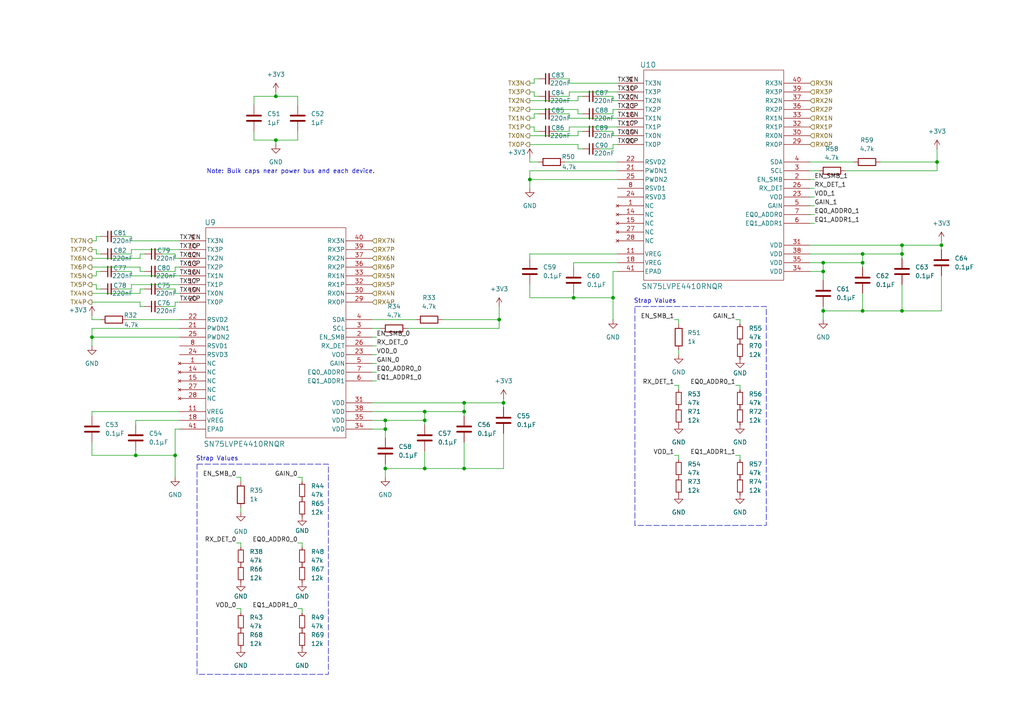
<source format=kicad_sch>
(kicad_sch (version 20231120) (generator "eeschema") (generator_version "8.0")
  (paper "A4")
  (lib_symbols
    (symbol "Device:C" (pin_numbers hide) (pin_names (offset 0.254))
      (property "Reference" "C" (at 0.635 2.54 0))
      (property "Value" "C" (at 0.635 -2.54 0))
      (symbol "C_1_1"
        (pin passive line (at 0 3.81 270) (length 2.794) (name "~") (number "1"))
        (pin passive line (at 0 -3.81 90) (length 2.794) (name "~") (number "2"))
      )
    )
    (symbol "Device:C_Small" (pin_numbers hide) (pin_names (offset 0.254) hide)
      (property "Reference" "C" (at 0.254 1.778 0))
      (property "Value" "C_Small" (at 0.254 -2.032 0))
      (symbol "C_Small_1_1"
        (pin passive line (at 0 2.54 270) (length 2.032) (name "~") (number "1"))
        (pin passive line (at 0 -2.54 90) (length 2.032) (name "~") (number "2"))
      )
    )
    (symbol "Device:R" (pin_numbers hide) (pin_names (offset 0))
      (property "Reference" "R" (at 2.032 0 90))
      (property "Value" "R" (at 0 0 90))
      (symbol "R_1_1"
        (pin passive line (at 0 3.81 270) (length 1.27) (name "~") (number "1"))
        (pin passive line (at 0 -3.81 90) (length 1.27) (name "~") (number "2"))
      )
    )
    (symbol "Device:R_Small" (pin_numbers hide) (pin_names (offset 0.254) hide)
      (property "Reference" "R" (at 0.762 0.508 0))
      (property "Value" "R_Small" (at 0.762 -1.016 0))
      (symbol "R_Small_1_1"
        (pin passive line (at 0 2.54 270) (length 0.762) (name "~") (number "1"))
        (pin passive line (at 0 -2.54 90) (length 0.762) (name "~") (number "2"))
      )
    )
    (symbol "SN75LVPE4410RNQR:SN75LVPE4410RNQR" (pin_names (offset 0.254))
      (property "Reference" "U9" (at 8.89 6.604 0))
      (property "Value" "SN75LVPE4410RNQR" (at 18.796 -57.658 0))
      (symbol "SN75LVPE4410RNQR_0_1"
        (pin no_connect line (at 0 -34.29 0) (length 7.62) (name "NC") (number "1"))
        (pin output line (at 0 -1.27 0) (length 7.62) (name "TX3P") (number "10"))
        (pin unspecified line (at 0 -48.26 0) (length 7.62) (name "VREG") (number "11"))
        (pin output line (at 0 -3.81 0) (length 7.62) (name "TX2N") (number "12"))
        (pin output line (at 0 -6.35 0) (length 7.62) (name "TX2P") (number "13"))
        (pin no_connect line (at 0 -36.83 0) (length 7.62) (name "NC") (number "14"))
        (pin no_connect line (at 0 -39.37 0) (length 7.62) (name "NC") (number "15"))
        (pin output line (at 0 -8.89 0) (length 7.62) (name "TX1N") (number "16"))
        (pin output line (at 0 -11.43 0) (length 7.62) (name "TX1P") (number "17"))
        (pin unspecified line (at 0 -50.8 0) (length 7.62) (name "VREG") (number "18"))
        (pin output line (at 0 -13.97 0) (length 7.62) (name "TX0N") (number "19"))
        (pin input line (at 55.88 -26.67 180) (length 7.62) (name "EN_SMB") (number "2"))
        (pin output line (at 0 -16.51 0) (length 7.62) (name "TX0P") (number "20"))
        (pin input line (at 0 -24.13 0) (length 7.62) (name "PWDN1") (number "21"))
        (pin unspecified line (at 0 -21.59 0) (length 7.62) (name "RSVD2") (number "22"))
        (pin input line (at 55.88 -31.75 180) (length 7.62) (name "VOD") (number "23"))
        (pin unspecified line (at 0 -31.75 0) (length 7.62) (name "RSVD3") (number "24"))
        (pin input line (at 0 -26.67 0) (length 7.62) (name "PWDN2") (number "25"))
        (pin input line (at 55.88 -29.21 180) (length 7.62) (name "RX_DET") (number "26"))
        (pin no_connect line (at 0 -41.91 0) (length 7.62) (name "NC") (number "27"))
        (pin no_connect line (at 0 -44.45 0) (length 7.62) (name "NC") (number "28"))
        (pin input line (at 55.88 -16.51 180) (length 7.62) (name "RX0P") (number "29"))
        (pin bidirectional line (at 55.88 -24.13 180) (length 7.62) (name "SCL") (number "3"))
        (pin input line (at 55.88 -13.97 180) (length 7.62) (name "RX0N") (number "30"))
        (pin power_in line (at 55.88 -45.72 180) (length 7.62) (name "VDD") (number "31"))
        (pin input line (at 55.88 -11.43 180) (length 7.62) (name "RX1P") (number "32"))
        (pin input line (at 55.88 -8.89 180) (length 7.62) (name "RX1N") (number "33"))
        (pin power_in line (at 55.88 -53.34 180) (length 7.62) (name "VDD") (number "34"))
        (pin power_in line (at 55.88 -50.8 180) (length 7.62) (name "VDD") (number "35"))
        (pin input line (at 55.88 -6.35 180) (length 7.62) (name "RX2P") (number "36"))
        (pin input line (at 55.88 -3.81 180) (length 7.62) (name "RX2N") (number "37"))
        (pin power_in line (at 55.88 -48.26 180) (length 7.62) (name "VDD") (number "38"))
        (pin input line (at 55.88 -1.27 180) (length 7.62) (name "RX3P") (number "39"))
        (pin bidirectional line (at 55.88 -21.59 180) (length 7.62) (name "SDA") (number "4"))
        (pin input line (at 55.88 1.27 180) (length 7.62) (name "RX3N") (number "40"))
        (pin power_out line (at 0 -53.34 0) (length 7.62) (name "EPAD") (number "41"))
        (pin input line (at 55.88 -34.29 180) (length 7.62) (name "GAIN") (number "5"))
        (pin input line (at 55.88 -39.37 180) (length 7.62) (name "EQ1_ADDR1") (number "6"))
        (pin input line (at 55.88 -36.83 180) (length 7.62) (name "EQ0_ADDR0") (number "7"))
        (pin unspecified line (at 0 -29.21 0) (length 7.62) (name "RSVD1") (number "8"))
        (pin output line (at 0 1.27 0) (length 7.62) (name "TX3N") (number "9"))
      )
    )
    (symbol "power:+3V3" (power) (pin_numbers hide) (pin_names (offset 0) hide)
      (property "Value" "+3V3" (at 0 3.556 0))
      (symbol "+3V3_1_1"
        (pin power_in line (at 0 0 90) (length 0) (name "~") (number "1"))
      )
    )
    (symbol "power:GND" (power) (pin_numbers hide) (pin_names (offset 0) hide)
      (property "Value" "GND" (at 0 -3.81 0))
      (symbol "GND_1_1"
        (pin power_in line (at 0 0 270) (length 0) (name "~") (number "1"))
      )
    )
  )
  (junction (at 238.76 78.74))
  (junction (at 261.62 90.17))
  (junction (at 123.19 119.38))
  (junction (at 26.67 97.79))
  (junction (at 144.78 92.71))
  (junction (at 134.62 116.84))
  (junction (at 238.76 76.2))
  (junction (at 134.62 119.38))
  (junction (at 271.78 46.99))
  (junction (at 80.01 40.64))
  (junction (at 153.67 52.07))
  (junction (at 250.19 76.2))
  (junction (at 123.19 135.89))
  (junction (at 50.8 132.08))
  (junction (at 123.19 121.92))
  (junction (at 273.05 71.12))
  (junction (at 166.37 86.36))
  (junction (at 238.76 90.17))
  (junction (at 261.62 71.12))
  (junction (at 111.76 121.92))
  (junction (at 250.19 73.66))
  (junction (at 146.05 116.84))
  (junction (at 111.76 124.46))
  (junction (at 111.76 135.89))
  (junction (at 39.37 132.08))
  (junction (at 177.8 86.36))
  (junction (at 261.62 73.66))
  (junction (at 80.01 27.94))
  (junction (at 134.62 135.89))
  (junction (at 250.19 90.17))
  (wire (pts (xy 271.78 46.99) (xy 271.78 49.53)))
  (wire (pts (xy 26.67 77.47) (xy 40.64 77.47)))
  (wire (pts (xy 165.1 26.67) (xy 179.07 26.67)))
  (wire (pts (xy 154.94 36.83) (xy 154.94 38.1)))
  (wire (pts (xy 234.95 52.07) (xy 236.22 52.07)))
  (wire (pts (xy 107.95 100.33) (xy 109.22 100.33)))
  (wire (pts (xy 238.76 76.2) (xy 250.19 76.2)))
  (wire (pts (xy 161.29 22.86) (xy 165.1 22.86)))
  (wire (pts (xy 27.94 73.66) (xy 29.21 73.66)))
  (wire (pts (xy 52.07 121.92) (xy 39.37 121.92)))
  (wire (pts (xy 173.99 38.1) (xy 177.8 38.1)))
  (wire (pts (xy 38.1 80.01) (xy 52.07 80.01)))
  (wire (pts (xy 177.8 78.74) (xy 177.8 86.36)))
  (wire (pts (xy 26.67 69.85) (xy 27.94 69.85)))
  (wire (pts (xy 234.95 59.69) (xy 236.22 59.69)))
  (wire (pts (xy 196.85 113.03) (xy 196.85 111.76)))
  (wire (pts (xy 73.66 27.94) (xy 73.66 30.48)))
  (wire (pts (xy 40.64 88.9) (xy 41.91 88.9)))
  (wire (pts (xy 273.05 80.01) (xy 273.05 90.17)))
  (wire (pts (xy 153.67 31.75) (xy 167.64 31.75)))
  (wire (pts (xy 234.95 64.77) (xy 236.22 64.77)))
  (wire (pts (xy 179.07 49.53) (xy 153.67 49.53)))
  (wire (pts (xy 86.36 40.64) (xy 86.36 38.1)))
  (wire (pts (xy 250.19 85.09) (xy 250.19 90.17)))
  (wire (pts (xy 153.67 29.21) (xy 167.64 29.21)))
  (wire (pts (xy 173.99 27.94) (xy 177.8 27.94)))
  (wire (pts (xy 234.95 46.99) (xy 247.65 46.99)))
  (wire (pts (xy 38.1 82.55) (xy 52.07 82.55)))
  (wire (pts (xy 154.94 38.1) (xy 156.21 38.1)))
  (wire (pts (xy 177.8 33.02) (xy 177.8 31.75)))
  (wire (pts (xy 153.67 86.36) (xy 166.37 86.36)))
  (wire (pts (xy 27.94 80.01) (xy 27.94 78.74)))
  (wire (pts (xy 50.8 88.9) (xy 50.8 87.63)))
  (wire (pts (xy 234.95 78.74) (xy 238.76 78.74)))
  (wire (pts (xy 134.62 116.84) (xy 134.62 119.38)))
  (wire (pts (xy 46.99 78.74) (xy 50.8 78.74)))
  (wire (pts (xy 146.05 115.57) (xy 146.05 116.84)))
  (wire (pts (xy 167.64 29.21) (xy 167.64 27.94)))
  (wire (pts (xy 107.95 102.87) (xy 109.22 102.87)))
  (wire (pts (xy 52.07 95.25) (xy 26.67 95.25)))
  (wire (pts (xy 80.01 26.67) (xy 80.01 27.94)))
  (wire (pts (xy 38.1 72.39) (xy 52.07 72.39)))
  (wire (pts (xy 167.64 39.37) (xy 167.64 38.1)))
  (wire (pts (xy 179.07 76.2) (xy 166.37 76.2)))
  (wire (pts (xy 273.05 71.12) (xy 273.05 72.39)))
  (wire (pts (xy 36.83 92.71) (xy 52.07 92.71)))
  (wire (pts (xy 167.64 31.75) (xy 167.64 33.02)))
  (wire (pts (xy 250.19 76.2) (xy 250.19 77.47)))
  (wire (pts (xy 26.67 72.39) (xy 27.94 72.39)))
  (wire (pts (xy 154.94 33.02) (xy 156.21 33.02)))
  (wire (pts (xy 179.07 52.07) (xy 153.67 52.07)))
  (wire (pts (xy 111.76 124.46) (xy 111.76 127)))
  (wire (pts (xy 153.67 52.07) (xy 153.67 54.61)))
  (wire (pts (xy 39.37 132.08) (xy 50.8 132.08)))
  (wire (pts (xy 40.64 77.47) (xy 40.64 78.74)))
  (wire (pts (xy 165.1 33.02) (xy 165.1 34.29)))
  (wire (pts (xy 213.36 92.71) (xy 214.63 92.71)))
  (wire (pts (xy 195.58 92.71) (xy 196.85 92.71)))
  (wire (pts (xy 146.05 125.73) (xy 146.05 135.89)))
  (wire (pts (xy 34.29 78.74) (xy 38.1 78.74)))
  (wire (pts (xy 144.78 92.71) (xy 144.78 95.25)))
  (wire (pts (xy 107.95 95.25) (xy 110.49 95.25)))
  (wire (pts (xy 50.8 83.82) (xy 50.8 85.09)))
  (wire (pts (xy 107.95 110.49) (xy 109.22 110.49)))
  (wire (pts (xy 107.95 92.71) (xy 120.65 92.71)))
  (wire (pts (xy 38.1 73.66) (xy 38.1 72.39)))
  (wire (pts (xy 46.99 73.66) (xy 50.8 73.66)))
  (wire (pts (xy 50.8 132.08) (xy 50.8 138.43)))
  (wire (pts (xy 50.8 78.74) (xy 50.8 77.47)))
  (wire (pts (xy 261.62 73.66) (xy 261.62 74.93)))
  (wire (pts (xy 165.1 24.13) (xy 179.07 24.13)))
  (wire (pts (xy 46.99 83.82) (xy 50.8 83.82)))
  (wire (pts (xy 154.94 34.29) (xy 154.94 33.02)))
  (wire (pts (xy 34.29 73.66) (xy 38.1 73.66)))
  (wire (pts (xy 167.64 43.18) (xy 168.91 43.18)))
  (wire (pts (xy 153.67 36.83) (xy 154.94 36.83)))
  (wire (pts (xy 146.05 135.89) (xy 134.62 135.89)))
  (wire (pts (xy 161.29 33.02) (xy 165.1 33.02)))
  (wire (pts (xy 87.63 139.7) (xy 87.63 138.43)))
  (wire (pts (xy 154.94 27.94) (xy 156.21 27.94)))
  (wire (pts (xy 86.36 157.48) (xy 87.63 157.48)))
  (wire (pts (xy 69.85 138.43) (xy 69.85 139.7)))
  (wire (pts (xy 52.07 97.79) (xy 26.67 97.79)))
  (wire (pts (xy 177.8 86.36) (xy 177.8 92.71)))
  (wire (pts (xy 118.11 95.25) (xy 144.78 95.25)))
  (wire (pts (xy 40.64 83.82) (xy 41.91 83.82)))
  (wire (pts (xy 27.94 68.58) (xy 29.21 68.58)))
  (wire (pts (xy 261.62 82.55) (xy 261.62 90.17)))
  (wire (pts (xy 40.64 74.93) (xy 40.64 73.66)))
  (wire (pts (xy 26.67 128.27) (xy 26.67 132.08)))
  (wire (pts (xy 123.19 121.92) (xy 123.19 123.19)))
  (wire (pts (xy 153.67 73.66) (xy 153.67 74.93)))
  (wire (pts (xy 173.99 43.18) (xy 177.8 43.18)))
  (wire (pts (xy 39.37 130.81) (xy 39.37 132.08)))
  (wire (pts (xy 123.19 119.38) (xy 123.19 121.92)))
  (wire (pts (xy 214.63 133.35) (xy 214.63 132.08)))
  (wire (pts (xy 153.67 26.67) (xy 154.94 26.67)))
  (wire (pts (xy 69.85 147.32) (xy 69.85 148.59)))
  (wire (pts (xy 134.62 116.84) (xy 146.05 116.84)))
  (wire (pts (xy 26.67 82.55) (xy 27.94 82.55)))
  (wire (pts (xy 34.29 68.58) (xy 38.1 68.58)))
  (wire (pts (xy 40.64 73.66) (xy 41.91 73.66)))
  (wire (pts (xy 38.1 69.85) (xy 52.07 69.85)))
  (wire (pts (xy 111.76 135.89) (xy 111.76 138.43)))
  (wire (pts (xy 154.94 24.13) (xy 154.94 22.86)))
  (wire (pts (xy 271.78 43.18) (xy 271.78 46.99)))
  (wire (pts (xy 261.62 90.17) (xy 250.19 90.17)))
  (wire (pts (xy 179.07 78.74) (xy 177.8 78.74)))
  (wire (pts (xy 26.67 119.38) (xy 52.07 119.38)))
  (wire (pts (xy 111.76 134.62) (xy 111.76 135.89)))
  (wire (pts (xy 238.76 90.17) (xy 238.76 92.71)))
  (wire (pts (xy 38.1 83.82) (xy 38.1 82.55)))
  (wire (pts (xy 234.95 71.12) (xy 261.62 71.12)))
  (wire (pts (xy 177.8 27.94) (xy 177.8 29.21)))
  (wire (pts (xy 40.64 87.63) (xy 40.64 88.9)))
  (wire (pts (xy 80.01 40.64) (xy 80.01 41.91)))
  (wire (pts (xy 153.67 82.55) (xy 153.67 86.36)))
  (wire (pts (xy 153.67 49.53) (xy 153.67 52.07)))
  (wire (pts (xy 165.1 36.83) (xy 179.07 36.83)))
  (wire (pts (xy 234.95 76.2) (xy 238.76 76.2)))
  (wire (pts (xy 167.64 41.91) (xy 167.64 43.18)))
  (wire (pts (xy 128.27 92.71) (xy 144.78 92.71)))
  (wire (pts (xy 234.95 62.23) (xy 236.22 62.23)))
  (wire (pts (xy 73.66 40.64) (xy 73.66 38.1)))
  (wire (pts (xy 107.95 105.41) (xy 109.22 105.41)))
  (wire (pts (xy 177.8 43.18) (xy 177.8 41.91)))
  (wire (pts (xy 250.19 73.66) (xy 250.19 76.2)))
  (wire (pts (xy 107.95 119.38) (xy 123.19 119.38)))
  (wire (pts (xy 40.64 85.09) (xy 40.64 83.82)))
  (wire (pts (xy 273.05 90.17) (xy 261.62 90.17)))
  (wire (pts (xy 111.76 121.92) (xy 111.76 124.46)))
  (wire (pts (xy 69.85 158.75) (xy 69.85 157.48)))
  (wire (pts (xy 273.05 69.85) (xy 273.05 71.12)))
  (wire (pts (xy 153.67 41.91) (xy 167.64 41.91)))
  (wire (pts (xy 167.64 33.02) (xy 168.91 33.02)))
  (wire (pts (xy 80.01 40.64) (xy 86.36 40.64)))
  (wire (pts (xy 50.8 74.93) (xy 52.07 74.93)))
  (wire (pts (xy 153.67 39.37) (xy 167.64 39.37)))
  (wire (pts (xy 46.99 88.9) (xy 50.8 88.9)))
  (wire (pts (xy 86.36 138.43) (xy 87.63 138.43)))
  (wire (pts (xy 50.8 87.63) (xy 52.07 87.63)))
  (wire (pts (xy 165.1 34.29) (xy 179.07 34.29)))
  (wire (pts (xy 153.67 46.99) (xy 156.21 46.99)))
  (wire (pts (xy 87.63 177.8) (xy 87.63 176.53)))
  (wire (pts (xy 134.62 135.89) (xy 123.19 135.89)))
  (wire (pts (xy 250.19 73.66) (xy 261.62 73.66)))
  (wire (pts (xy 234.95 73.66) (xy 250.19 73.66)))
  (wire (pts (xy 167.64 27.94) (xy 168.91 27.94)))
  (wire (pts (xy 87.63 158.75) (xy 87.63 157.48)))
  (wire (pts (xy 234.95 54.61) (xy 236.22 54.61)))
  (wire (pts (xy 167.64 38.1) (xy 168.91 38.1)))
  (wire (pts (xy 26.67 132.08) (xy 39.37 132.08)))
  (wire (pts (xy 26.67 97.79) (xy 26.67 100.33)))
  (wire (pts (xy 161.29 38.1) (xy 165.1 38.1)))
  (wire (pts (xy 153.67 73.66) (xy 179.07 73.66)))
  (wire (pts (xy 26.67 92.71) (xy 29.21 92.71)))
  (wire (pts (xy 111.76 121.92) (xy 123.19 121.92)))
  (wire (pts (xy 153.67 45.72) (xy 153.67 46.99)))
  (wire (pts (xy 26.67 91.44) (xy 26.67 92.71)))
  (wire (pts (xy 177.8 31.75) (xy 179.07 31.75)))
  (wire (pts (xy 123.19 135.89) (xy 111.76 135.89)))
  (wire (pts (xy 27.94 69.85) (xy 27.94 68.58)))
  (wire (pts (xy 163.83 46.99) (xy 179.07 46.99)))
  (wire (pts (xy 214.63 113.03) (xy 214.63 111.76)))
  (wire (pts (xy 26.67 74.93) (xy 40.64 74.93)))
  (wire (pts (xy 80.01 27.94) (xy 86.36 27.94)))
  (wire (pts (xy 40.64 78.74) (xy 41.91 78.74)))
  (wire (pts (xy 27.94 82.55) (xy 27.94 83.82)))
  (wire (pts (xy 154.94 22.86) (xy 156.21 22.86)))
  (wire (pts (xy 238.76 88.9) (xy 238.76 90.17)))
  (wire (pts (xy 73.66 27.94) (xy 80.01 27.94)))
  (wire (pts (xy 107.95 124.46) (xy 111.76 124.46)))
  (wire (pts (xy 166.37 76.2) (xy 166.37 77.47)))
  (wire (pts (xy 213.36 132.08) (xy 214.63 132.08)))
  (wire (pts (xy 196.85 101.6) (xy 196.85 102.87)))
  (wire (pts (xy 250.19 90.17) (xy 238.76 90.17)))
  (wire (pts (xy 50.8 77.47) (xy 52.07 77.47)))
  (wire (pts (xy 34.29 83.82) (xy 38.1 83.82)))
  (wire (pts (xy 107.95 116.84) (xy 134.62 116.84)))
  (wire (pts (xy 161.29 27.94) (xy 165.1 27.94)))
  (wire (pts (xy 26.67 95.25) (xy 26.67 97.79)))
  (wire (pts (xy 107.95 121.92) (xy 111.76 121.92)))
  (wire (pts (xy 134.62 128.27) (xy 134.62 135.89)))
  (wire (pts (xy 153.67 34.29) (xy 154.94 34.29)))
  (wire (pts (xy 165.1 22.86) (xy 165.1 24.13)))
  (wire (pts (xy 123.19 130.81) (xy 123.19 135.89)))
  (wire (pts (xy 177.8 29.21) (xy 179.07 29.21)))
  (wire (pts (xy 196.85 92.71) (xy 196.85 93.98)))
  (wire (pts (xy 166.37 86.36) (xy 177.8 86.36)))
  (wire (pts (xy 107.95 97.79) (xy 109.22 97.79)))
  (wire (pts (xy 86.36 176.53) (xy 87.63 176.53)))
  (wire (pts (xy 38.1 68.58) (xy 38.1 69.85)))
  (wire (pts (xy 234.95 49.53) (xy 237.49 49.53)))
  (wire (pts (xy 177.8 39.37) (xy 179.07 39.37)))
  (wire (pts (xy 195.58 111.76) (xy 196.85 111.76)))
  (wire (pts (xy 238.76 78.74) (xy 238.76 81.28)))
  (wire (pts (xy 177.8 41.91) (xy 179.07 41.91)))
  (wire (pts (xy 166.37 85.09) (xy 166.37 86.36)))
  (wire (pts (xy 50.8 124.46) (xy 50.8 132.08)))
  (wire (pts (xy 261.62 71.12) (xy 261.62 73.66)))
  (wire (pts (xy 238.76 76.2) (xy 238.76 78.74)))
  (wire (pts (xy 39.37 121.92) (xy 39.37 123.19)))
  (wire (pts (xy 52.07 124.46) (xy 50.8 124.46)))
  (wire (pts (xy 154.94 26.67) (xy 154.94 27.94)))
  (wire (pts (xy 255.27 46.99) (xy 271.78 46.99)))
  (wire (pts (xy 261.62 71.12) (xy 273.05 71.12)))
  (wire (pts (xy 146.05 116.84) (xy 146.05 118.11)))
  (wire (pts (xy 27.94 83.82) (xy 29.21 83.82)))
  (wire (pts (xy 173.99 33.02) (xy 177.8 33.02)))
  (wire (pts (xy 144.78 88.9) (xy 144.78 92.71)))
  (wire (pts (xy 27.94 72.39) (xy 27.94 73.66)))
  (wire (pts (xy 196.85 133.35) (xy 196.85 132.08)))
  (wire (pts (xy 153.67 24.13) (xy 154.94 24.13)))
  (wire (pts (xy 234.95 57.15) (xy 236.22 57.15)))
  (wire (pts (xy 69.85 177.8) (xy 69.85 176.53)))
  (wire (pts (xy 68.58 138.43) (xy 69.85 138.43)))
  (wire (pts (xy 26.67 119.38) (xy 26.67 120.65)))
  (wire (pts (xy 134.62 119.38) (xy 134.62 120.65)))
  (wire (pts (xy 50.8 73.66) (xy 50.8 74.93)))
  (wire (pts (xy 165.1 38.1) (xy 165.1 36.83)))
  (wire (pts (xy 38.1 78.74) (xy 38.1 80.01)))
  (wire (pts (xy 26.67 85.09) (xy 40.64 85.09)))
  (wire (pts (xy 245.11 49.53) (xy 271.78 49.53)))
  (wire (pts (xy 68.58 157.48) (xy 69.85 157.48)))
  (wire (pts (xy 27.94 78.74) (xy 29.21 78.74)))
  (wire (pts (xy 213.36 111.76) (xy 214.63 111.76)))
  (wire (pts (xy 123.19 119.38) (xy 134.62 119.38)))
  (wire (pts (xy 80.01 40.64) (xy 73.66 40.64)))
  (wire (pts (xy 165.1 27.94) (xy 165.1 26.67)))
  (wire (pts (xy 86.36 27.94) (xy 86.36 30.48)))
  (wire (pts (xy 50.8 85.09) (xy 52.07 85.09)))
  (wire (pts (xy 107.95 107.95) (xy 109.22 107.95)))
  (wire (pts (xy 68.58 176.53) (xy 69.85 176.53)))
  (wire (pts (xy 26.67 87.63) (xy 40.64 87.63)))
  (wire (pts (xy 195.58 132.08) (xy 196.85 132.08)))
  (wire (pts (xy 26.67 80.01) (xy 27.94 80.01)))
  (wire (pts (xy 177.8 38.1) (xy 177.8 39.37)))
  (wire (pts (xy 214.63 93.98) (xy 214.63 92.71)))
  (rectangle (start 184.15 88.9) (end 222.25 152.4) (stroke (width 0) (type dash)))
  (rectangle (start 57.15 134.62) (end 95.25 195.58) (stroke (width 0) (type dash)))
  (text "Strap Values" (at 62.992 133.096 0) (effects (font (size 1.27 1.27))))
  (text "Note: Bulk caps near power bus and each device." (at 84.328 49.784 0) (effects (font (size 1.27 1.27))))
  (text "Strap Values" (at 189.992 87.376 0) (effects (font (size 1.27 1.27))))
  (label "EQ0_ADDR0_0" (at 86.36 157.48 180))
  (label "GAIN_0" (at 86.36 138.43 180))
  (label "EN_SMB_1" (at 236.22 52.07 0))
  (label "GAIN_1" (at 213.36 92.71 180))
  (label "TX5CN" (at 52.07 80.01 0))
  (label "VOD_0" (at 68.58 176.53 180))
  (label "EQ1_ADDR1_0" (at 109.22 110.49 0))
  (label "VOD_0" (at 109.22 102.87 0))
  (label "TX7CP" (at 52.07 72.39 0))
  (label "EQ0_ADDR0_1" (at 213.36 111.76 180))
  (label "TX3CP" (at 179.07 26.67 0))
  (label "TX7CN" (at 52.07 69.85 0))
  (label "TX3CN" (at 179.07 24.13 0))
  (label "VOD_1" (at 195.58 132.08 180))
  (label "RX_DET_1" (at 236.22 54.61 0))
  (label "EQ1_ADDR1_0" (at 86.36 176.53 180))
  (label "TX2CN" (at 179.07 29.21 0))
  (label "VOD_1" (at 236.22 57.15 0))
  (label "TX2CP" (at 179.07 31.75 0))
  (label "TX1CP" (at 179.07 36.83 0))
  (label "TX6CP" (at 52.07 77.47 0))
  (label "RX_DET_0" (at 68.58 157.48 180))
  (label "TX0CP" (at 179.07 41.91 0))
  (label "TX5CP" (at 52.07 82.55 0))
  (label "TX6CN" (at 52.07 74.93 0))
  (label "EN_SMB_1" (at 195.58 92.71 180))
  (label "EN_SMB_0" (at 109.22 97.79 0))
  (label "EQ0_ADDR0_0" (at 109.22 107.95 0))
  (label "TX4CP" (at 52.07 87.63 0))
  (label "TX4CN" (at 52.07 85.09 0))
  (label "TX0CN" (at 179.07 39.37 0))
  (label "RX_DET_0" (at 109.22 100.33 0))
  (label "GAIN_1" (at 236.22 59.69 0))
  (label "EN_SMB_0" (at 68.58 138.43 180))
  (label "TX1CN" (at 179.07 34.29 0))
  (label "GAIN_0" (at 109.22 105.41 0))
  (label "EQ1_ADDR1_1" (at 236.22 64.77 0))
  (label "RX_DET_1" (at 195.58 111.76 180))
  (label "EQ0_ADDR0_1" (at 236.22 62.23 0))
  (label "EQ1_ADDR1_1" (at 213.36 132.08 180))
  (hierarchical_label "RX3N" (shape input) (at 234.95 24.13 0))
  (hierarchical_label "RX5N" (shape input) (at 107.95 80.01 0))
  (hierarchical_label "TX2N" (shape output) (at 153.67 29.21 180))
  (hierarchical_label "RX4N" (shape input) (at 107.95 85.09 0))
  (hierarchical_label "TX5P" (shape output) (at 26.67 82.55 180))
  (hierarchical_label "TX1N" (shape output) (at 153.67 34.29 180))
  (hierarchical_label "TX1P" (shape output) (at 153.67 36.83 180))
  (hierarchical_label "TX7N" (shape output) (at 26.67 69.85 180))
  (hierarchical_label "RX5P" (shape input) (at 107.95 82.55 0))
  (hierarchical_label "TX3N" (shape output) (at 153.67 24.13 180))
  (hierarchical_label "RX2P" (shape input) (at 234.95 31.75 0))
  (hierarchical_label "TX0N" (shape output) (at 153.67 39.37 180))
  (hierarchical_label "TX4N" (shape output) (at 26.67 85.09 180))
  (hierarchical_label "TX5N" (shape output) (at 26.67 80.01 180))
  (hierarchical_label "RX2N" (shape input) (at 234.95 29.21 0))
  (hierarchical_label "TX7P" (shape output) (at 26.67 72.39 180))
  (hierarchical_label "RX6N" (shape input) (at 107.95 74.93 0))
  (hierarchical_label "RX7N" (shape input) (at 107.95 69.85 0))
  (hierarchical_label "RX1P" (shape input) (at 234.95 36.83 0))
  (hierarchical_label "RX1N" (shape input) (at 234.95 34.29 0))
  (hierarchical_label "RX3P" (shape input) (at 234.95 26.67 0))
  (hierarchical_label "TX6N" (shape output) (at 26.67 74.93 180))
  (hierarchical_label "RX6P" (shape input) (at 107.95 77.47 0))
  (hierarchical_label "RX4P" (shape input) (at 107.95 87.63 0))
  (hierarchical_label "TX4P" (shape output) (at 26.67 87.63 180))
  (hierarchical_label "TX3P" (shape output) (at 153.67 26.67 180))
  (hierarchical_label "RX0N" (shape input) (at 234.95 39.37 0))
  (hierarchical_label "TX6P" (shape output) (at 26.67 77.47 180))
  (hierarchical_label "RX7P" (shape input) (at 107.95 72.39 0))
  (hierarchical_label "RX0P" (shape input) (at 234.95 41.91 0))
  (hierarchical_label "TX0P" (shape output) (at 153.67 41.91 180))
  (hierarchical_label "TX2P" (shape output) (at 153.67 31.75 180))
  (symbol (lib_id "Device:C_Small") (at 158.75 27.94 90) (unit 1)
    (property "Reference" "C84" (at 161.798 26.924 90))
    (property "Value" "220nF" (at 162.56 29.21 90))
    (property "Footprint" "Capacitor_SMD:C_0402_1005Metric" (effects (hide yes)))
    (property "Description" "AC coupling" (effects (hide yes)))
    (property "LCSC" "C16772" (effects (hide yes)))
    (property "Part_Number" "CL05B224KO5NNNC" (effects (hide yes)))
  )
  (symbol (lib_id "Device:R") (at 69.85 143.51 180) (unit 1)
    (property "Reference" "R35" (at 72.39 142.2399 0) (effects (justify right)))
    (property "Value" "1k" (at 72.39 144.7799 0) (effects (justify right)))
    (property "Footprint" "Resistor_SMD:R_0402_1005Metric" (effects (hide yes)))
    (property "Description" "Resistor" (effects (hide yes)))
    (property "LCSC" "C11702" (effects (hide yes)))
    (property "Part_Number" "0402WGF1001TCE" (effects (hide yes)))
  )
  (symbol (lib_id "Device:C") (at 111.76 130.81 0) (unit 1)
    (property "Reference" "C58" (at 115.57 129.5399 0) (effects (justify left)))
    (property "Value" "0.1μF" (at 115.57 132.0799 0) (effects (justify left)))
    (property "Footprint" "Capacitor_SMD:C_0402_1005Metric" (effects (hide yes)))
    (property "Description" "Unpolarized capacitor" (effects (hide yes)))
    (property "LCSC" "C1525" (effects (hide yes)))
    (property "Part_Number" "CL05B104KO5NNNC" (effects (hide yes)))
  )
  (symbol (lib_id "power:GND") (at 69.85 168.91 0) (unit 1)
    (property "Reference" "#PWR039" (effects (hide yes)))
    (property "Value" "GND" (at 69.85 172.974 0))
    (property "Description" "Power symbol creates a global label with name \"GND\" , ground" (effects (hide yes)))
  )
  (symbol (lib_id "power:GND") (at 87.63 149.86 0) (unit 1)
    (property "Reference" "#PWR045" (effects (hide yes)))
    (property "Value" "GND" (at 87.63 153.924 0))
    (property "Description" "Power symbol creates a global label with name \"GND\" , ground" (effects (hide yes)))
  )
  (symbol (lib_id "Device:R_Small") (at 214.63 120.65 0) (unit 1)
    (property "Reference" "R72" (at 217.17 119.3799 0) (effects (justify left)))
    (property "Value" "12k" (at 217.17 121.9199 0) (effects (justify left)))
    (property "Footprint" "Resistor_SMD:R_0402_1005Metric" (effects (hide yes)))
    (property "Description" "Resistor, small symbol" (effects (hide yes)))
    (property "LCSC" "C25752" (effects (hide yes)))
    (property "Part_Number" "0402WGF1202TCE" (effects (hide yes)))
  )
  (symbol (lib_id "power:GND") (at 196.85 123.19 0) (unit 1)
    (property "Reference" "#PWR061" (effects (hide yes)))
    (property "Value" "GND" (at 196.85 128.27 0))
    (property "Description" "Power symbol creates a global label with name \"GND\" , ground" (effects (hide yes)))
  )
  (symbol (lib_id "Device:R_Small") (at 214.63 115.57 0) (unit 1)
    (property "Reference" "R56" (at 217.17 114.2999 0) (effects (justify left)))
    (property "Value" "47k" (at 217.17 116.8399 0) (effects (justify left)))
    (property "Footprint" "Resistor_SMD:R_0402_1005Metric" (effects (hide yes)))
    (property "Description" "Resistor, small symbol" (effects (hide yes)))
    (property "LCSC" "C25792" (effects (hide yes)))
    (property "Part_Number" "0402WGF4702TCE" (effects (hide yes)))
  )
  (symbol (lib_id "Device:C") (at 73.66 34.29 0) (unit 1)
    (property "Reference" "C51" (at 77.47 33.0199 0) (effects (justify left)))
    (property "Value" "1µF" (at 77.47 35.5599 0) (effects (justify left)))
    (property "Footprint" "Capacitor_SMD:C_0603_1608Metric" (effects (hide yes)))
    (property "Description" "Bulk capacitor" (effects (hide yes)))
    (property "LCSC" "C15849" (effects (hide yes)))
    (property "Part_Number" "CL10A105KB8NNNC" (effects (hide yes)))
  )
  (symbol (lib_id "power:GND") (at 69.85 187.96 0) (unit 1)
    (property "Reference" "#PWR043" (effects (hide yes)))
    (property "Value" "GND" (at 69.85 193.04 0))
    (property "Description" "Power symbol creates a global label with name \"GND\" , ground" (effects (hide yes)))
  )
  (symbol (lib_id "Device:R_Small") (at 69.85 180.34 0) (unit 1)
    (property "Reference" "R43" (at 72.39 179.0699 0) (effects (justify left)))
    (property "Value" "47k" (at 72.39 181.6099 0) (effects (justify left)))
    (property "Footprint" "Resistor_SMD:R_0402_1005Metric" (effects (hide yes)))
    (property "Description" "Resistor, small symbol" (effects (hide yes)))
    (property "LCSC" "C25792" (effects (hide yes)))
    (property "Part_Number" "0402WGF4702TCE" (effects (hide yes)))
  )
  (symbol (lib_id "Device:C_Small") (at 158.75 38.1 90) (unit 1)
    (property "Reference" "C86" (at 161.798 37.084 90))
    (property "Value" "220nF" (at 162.56 39.37 90))
    (property "Footprint" "Capacitor_SMD:C_0402_1005Metric" (effects (hide yes)))
    (property "Description" "AC coupling" (effects (hide yes)))
    (property "LCSC" "C16772" (effects (hide yes)))
    (property "Part_Number" "CL05B224KO5NNNC" (effects (hide yes)))
  )
  (symbol (lib_id "Device:C") (at 153.67 78.74 0) (unit 1)
    (property "Reference" "C59" (at 157.48 77.4699 0) (effects (justify left)))
    (property "Value" "0.1μF" (at 157.48 80.0099 0) (effects (justify left)))
    (property "Footprint" "Capacitor_SMD:C_0402_1005Metric" (effects (hide yes)))
    (property "Description" "Unpolarized capacitor" (effects (hide yes)))
    (property "LCSC" "C1525" (effects (hide yes)))
    (property "Part_Number" "CL05B104KO5NNNC" (effects (hide yes)))
  )
  (symbol (lib_id "Device:C_Small") (at 44.45 83.82 90) (unit 1)
    (property "Reference" "C75" (at 47.498 82.804 90))
    (property "Value" "220nF" (at 48.26 85.09 90))
    (property "Footprint" "Capacitor_SMD:C_0402_1005Metric" (effects (hide yes)))
    (property "Description" "AC coupling" (effects (hide yes)))
    (property "LCSC" "C16772" (effects (hide yes)))
    (property "Part_Number" "CL05B224KO5NNNC" (effects (hide yes)))
  )
  (symbol (lib_id "power:GND") (at 80.01 41.91 0) (unit 1)
    (property "Reference" "#PWR021" (effects (hide yes)))
    (property "Value" "GND" (at 80.01 46.99 0))
    (property "Description" "Power symbol creates a global label with name \"GND\" , ground" (effects (hide yes)))
  )
  (symbol (lib_id "Device:C") (at 134.62 124.46 0) (unit 1)
    (property "Reference" "C56" (at 138.43 123.1899 0) (effects (justify left)))
    (property "Value" "0.1μF" (at 138.43 125.7299 0) (effects (justify left)))
    (property "Footprint" "Capacitor_SMD:C_0402_1005Metric" (effects (hide yes)))
    (property "Description" "Unpolarized capacitor" (effects (hide yes)))
    (property "LCSC" "C1525" (effects (hide yes)))
    (property "Part_Number" "CL05B104KO5NNNC" (effects (hide yes)))
  )
  (symbol (lib_id "SN75LVPE4410RNQR:SN75LVPE4410RNQR") (at 52.07 71.12 0) (unit 1)
    (property "Reference" "U9" (at 60.96 64.516 0) (effects (font (size 1.524 1.524))))
    (property "Value" "SN75LVPE4410RNQR" (at 70.866 128.778 0) (effects (font (size 1.524 1.524))))
    (property "Footprint" "SN75LVPE4410RNQR" (effects (hide yes)))
    (property "Datasheet" "SN75LVPE4410RNQR" (effects (hide yes)))
    (property "LCSC" "C2876351" (effects (hide yes)))
    (property "Part_Number" "SN75LVPE4410RNQR" (effects (hide yes)))
  )
  (symbol (lib_id "Device:R_Small") (at 196.85 120.65 0) (unit 1)
    (property "Reference" "R71" (at 199.39 119.3799 0) (effects (justify left)))
    (property "Value" "12k" (at 199.39 121.9199 0) (effects (justify left)))
    (property "Footprint" "Resistor_SMD:R_0402_1005Metric" (effects (hide yes)))
    (property "Description" "Resistor, small symbol" (effects (hide yes)))
    (property "LCSC" "C25752" (effects (hide yes)))
    (property "Part_Number" "0402WGF1202TCE" (effects (hide yes)))
  )
  (symbol (lib_id "Device:C") (at 146.05 121.92 0) (unit 1)
    (property "Reference" "C55" (at 149.86 120.6499 0) (effects (justify left)))
    (property "Value" "0.1μF" (at 149.86 123.1899 0) (effects (justify left)))
    (property "Footprint" "Capacitor_SMD:C_0402_1005Metric" (effects (hide yes)))
    (property "Description" "Unpolarized capacitor" (effects (hide yes)))
    (property "LCSC" "C1525" (effects (hide yes)))
    (property "Part_Number" "CL05B104KO5NNNC" (effects (hide yes)))
  )
  (symbol (lib_id "Device:R_Small") (at 69.85 166.37 0) (unit 1)
    (property "Reference" "R66" (at 72.39 165.0999 0) (effects (justify left)))
    (property "Value" "12k" (at 72.39 167.6399 0) (effects (justify left)))
    (property "Footprint" "Resistor_SMD:R_0402_1005Metric" (effects (hide yes)))
    (property "Description" "Resistor, small symbol" (effects (hide yes)))
    (property "LCSC" "C25752" (effects (hide yes)))
    (property "Part_Number" "0402WGF1202TCE" (effects (hide yes)))
  )
  (symbol (lib_id "power:+3V3") (at 273.05 69.85 0) (unit 1)
    (property "Reference" "#PWR068" (effects (hide yes)))
    (property "Value" "+3V3" (at 273.05 64.77 0))
    (property "Description" "Power symbol creates a global label with name \"+3V3\"" (effects (hide yes)))
  )
  (symbol (lib_id "Device:C_Small") (at 44.45 73.66 90) (unit 1)
    (property "Reference" "C79" (at 47.498 72.644 90))
    (property "Value" "220nF" (at 48.26 74.93 90))
    (property "Footprint" "Capacitor_SMD:C_0402_1005Metric" (effects (hide yes)))
    (property "Description" "AC coupling" (effects (hide yes)))
    (property "LCSC" "C16772" (effects (hide yes)))
    (property "Part_Number" "CL05B224KO5NNNC" (effects (hide yes)))
  )
  (symbol (lib_id "Device:C_Small") (at 171.45 27.94 90) (unit 1)
    (property "Reference" "C87" (at 174.498 26.924 90))
    (property "Value" "220nF" (at 175.26 29.21 90))
    (property "Footprint" "Capacitor_SMD:C_0402_1005Metric" (effects (hide yes)))
    (property "Description" "AC coupling" (effects (hide yes)))
    (property "LCSC" "C16772" (effects (hide yes)))
    (property "Part_Number" "CL05B224KO5NNNC" (effects (hide yes)))
  )
  (symbol (lib_id "Device:R") (at 114.3 95.25 90) (unit 1)
    (property "Reference" "R34" (at 114.3 88.9 90))
    (property "Value" "4.7k" (at 114.3 91.44 90))
    (property "Footprint" "Resistor_SMD:R_0402_1005Metric" (effects (hide yes)))
    (property "Description" "Resistor" (effects (hide yes)))
    (property "LCSC" "C25900" (effects (hide yes)))
    (property "Part_Number" "0402WGF4701TCE" (effects (hide yes)))
  )
  (symbol (lib_id "Device:R") (at 160.02 46.99 90) (unit 1)
    (property "Reference" "R50" (at 164.846 45.466 90))
    (property "Value" "4.7k" (at 165.1 48.514 90))
    (property "Footprint" "Resistor_SMD:R_0402_1005Metric" (effects (hide yes)))
    (property "Description" "Resistor" (effects (hide yes)))
    (property "LCSC" "C25900" (effects (hide yes)))
    (property "Part_Number" "0402WGF4701TCE" (effects (hide yes)))
  )
  (symbol (lib_id "Device:R_Small") (at 87.63 161.29 0) (unit 1)
    (property "Reference" "R48" (at 90.17 160.0199 0) (effects (justify left)))
    (property "Value" "47k" (at 90.17 162.5599 0) (effects (justify left)))
    (property "Footprint" "Resistor_SMD:R_0402_1005Metric" (effects (hide yes)))
    (property "Description" "Resistor, small symbol" (effects (hide yes)))
    (property "LCSC" "C25792" (effects (hide yes)))
    (property "Part_Number" "0402WGF4702TCE" (effects (hide yes)))
  )
  (symbol (lib_id "power:+3V3") (at 271.78 43.18 0) (unit 1)
    (property "Reference" "#PWR067" (effects (hide yes)))
    (property "Value" "+3V3" (at 271.78 38.1 0))
    (property "Description" "Power symbol creates a global label with name \"+3V3\"" (effects (hide yes)))
  )
  (symbol (lib_id "Device:C_Small") (at 31.75 78.74 90) (unit 1)
    (property "Reference" "C77" (at 34.798 77.724 90))
    (property "Value" "220nF" (at 35.56 80.01 90))
    (property "Footprint" "Capacitor_SMD:C_0402_1005Metric" (effects (hide yes)))
    (property "Description" "AC coupling" (effects (hide yes)))
    (property "LCSC" "C16772" (effects (hide yes)))
    (property "Part_Number" "CL05B224KO5NNNC" (effects (hide yes)))
  )
  (symbol (lib_id "Device:C") (at 261.62 78.74 0) (unit 1)
    (property "Reference" "C63" (at 265.43 77.4699 0) (effects (justify left)))
    (property "Value" "0.1μF" (at 265.43 80.0099 0) (effects (justify left)))
    (property "Footprint" "Capacitor_SMD:C_0402_1005Metric" (effects (hide yes)))
    (property "Description" "Unpolarized capacitor" (effects (hide yes)))
    (property "LCSC" "C1525" (effects (hide yes)))
    (property "Part_Number" "CL05B104KO5NNNC" (effects (hide yes)))
  )
  (symbol (lib_id "power:GND") (at 153.67 54.61 0) (unit 1)
    (property "Reference" "#PWR058" (effects (hide yes)))
    (property "Value" "GND" (at 153.67 59.69 0))
    (property "Description" "Power symbol creates a global label with name \"GND\" , ground" (effects (hide yes)))
  )
  (symbol (lib_id "power:GND") (at 238.76 92.71 0) (unit 1)
    (property "Reference" "#PWR066" (effects (hide yes)))
    (property "Value" "GND" (at 238.76 97.79 0))
    (property "Description" "Power symbol creates a global label with name \"GND\" , ground" (effects (hide yes)))
  )
  (symbol (lib_id "Device:R_Small") (at 196.85 135.89 0) (unit 1)
    (property "Reference" "R54" (at 199.39 134.6199 0) (effects (justify left)))
    (property "Value" "47k" (at 199.39 137.1599 0) (effects (justify left)))
    (property "Footprint" "Resistor_SMD:R_0402_1005Metric" (effects (hide yes)))
    (property "Description" "Resistor, small symbol" (effects (hide yes)))
    (property "LCSC" "C25792" (effects (hide yes)))
    (property "Part_Number" "0402WGF4702TCE" (effects (hide yes)))
  )
  (symbol (lib_id "Device:C_Small") (at 171.45 33.02 90) (unit 1)
    (property "Reference" "C88" (at 174.498 32.004 90))
    (property "Value" "220nF" (at 175.26 34.29 90))
    (property "Footprint" "Capacitor_SMD:C_0402_1005Metric" (effects (hide yes)))
    (property "Description" "AC coupling" (effects (hide yes)))
    (property "LCSC" "C16772" (effects (hide yes)))
    (property "Part_Number" "CL05B224KO5NNNC" (effects (hide yes)))
  )
  (symbol (lib_id "power:GND") (at 87.63 168.91 0) (unit 1)
    (property "Reference" "#PWR055" (effects (hide yes)))
    (property "Value" "GND" (at 87.63 172.974 0))
    (property "Description" "Power symbol creates a global label with name \"GND\" , ground" (effects (hide yes)))
  )
  (symbol (lib_id "Device:R_Small") (at 196.85 115.57 0) (unit 1)
    (property "Reference" "R53" (at 199.39 114.2999 0) (effects (justify left)))
    (property "Value" "47k" (at 199.39 116.8399 0) (effects (justify left)))
    (property "Footprint" "Resistor_SMD:R_0402_1005Metric" (effects (hide yes)))
    (property "Description" "Resistor, small symbol" (effects (hide yes)))
    (property "LCSC" "C25792" (effects (hide yes)))
    (property "Part_Number" "0402WGF4702TCE" (effects (hide yes)))
  )
  (symbol (lib_id "Device:R") (at 251.46 46.99 90) (unit 1)
    (property "Reference" "R59" (at 251.46 40.64 90))
    (property "Value" "4.7k" (at 251.46 43.18 90))
    (property "Footprint" "Resistor_SMD:R_0402_1005Metric" (effects (hide yes)))
    (property "Description" "Resistor" (effects (hide yes)))
    (property "LCSC" "C25900" (effects (hide yes)))
    (property "Part_Number" "0402WGF4701TCE" (effects (hide yes)))
  )
  (symbol (lib_id "Device:R_Small") (at 214.63 135.89 0) (unit 1)
    (property "Reference" "R57" (at 217.17 134.6199 0) (effects (justify left)))
    (property "Value" "47k" (at 217.17 137.1599 0) (effects (justify left)))
    (property "Footprint" "Resistor_SMD:R_0402_1005Metric" (effects (hide yes)))
    (property "Description" "Resistor, small symbol" (effects (hide yes)))
    (property "LCSC" "C25792" (effects (hide yes)))
    (property "Part_Number" "0402WGF4702TCE" (effects (hide yes)))
  )
  (symbol (lib_id "Device:R_Small") (at 87.63 147.32 0) (unit 1)
    (property "Reference" "R65" (at 90.17 146.0499 0) (effects (justify left)))
    (property "Value" "12k" (at 90.17 148.5899 0) (effects (justify left)))
    (property "Footprint" "Resistor_SMD:R_0402_1005Metric" (effects (hide yes)))
    (property "Description" "Resistor, small symbol" (effects (hide yes)))
    (property "LCSC" "C25752" (effects (hide yes)))
    (property "Part_Number" "0402WGF1202TCE" (effects (hide yes)))
  )
  (symbol (lib_id "power:GND") (at 214.63 143.51 0) (unit 1)
    (property "Reference" "#PWR065" (effects (hide yes)))
    (property "Value" "GND" (at 214.63 148.59 0))
    (property "Description" "Power symbol creates a global label with name \"GND\" , ground" (effects (hide yes)))
  )
  (symbol (lib_id "Device:R_Small") (at 196.85 140.97 0) (unit 1)
    (property "Reference" "R73" (at 199.39 139.6999 0) (effects (justify left)))
    (property "Value" "12k" (at 199.39 142.2399 0) (effects (justify left)))
    (property "Footprint" "Resistor_SMD:R_0402_1005Metric" (effects (hide yes)))
    (property "Description" "Resistor, small symbol" (effects (hide yes)))
    (property "LCSC" "C25752" (effects (hide yes)))
    (property "Part_Number" "0402WGF1202TCE" (effects (hide yes)))
  )
  (symbol (lib_id "power:+3V3") (at 146.05 115.57 0) (unit 1)
    (property "Reference" "#PWR022" (effects (hide yes)))
    (property "Value" "+3V3" (at 146.05 110.49 0))
    (property "Description" "Power symbol creates a global label with name \"+3V3\"" (effects (hide yes)))
  )
  (symbol (lib_id "Device:C") (at 39.37 127 0) (unit 1)
    (property "Reference" "C54" (at 43.18 125.7299 0) (effects (justify left)))
    (property "Value" "0.1μF" (at 43.18 128.2699 0) (effects (justify left)))
    (property "Footprint" "Capacitor_SMD:C_0402_1005Metric" (effects (hide yes)))
    (property "Description" "Unpolarized capacitor" (effects (hide yes)))
    (property "LCSC" "C1525" (effects (hide yes)))
    (property "Part_Number" "CL05B104KO5NNNC" (effects (hide yes)))
  )
  (symbol (lib_id "power:GND") (at 111.76 138.43 0) (unit 1)
    (property "Reference" "#PWR026" (effects (hide yes)))
    (property "Value" "GND" (at 111.76 143.51 0))
    (property "Description" "Power symbol creates a global label with name \"GND\" , ground" (effects (hide yes)))
  )
  (symbol (lib_id "Device:R_Small") (at 214.63 96.52 0) (unit 1)
    (property "Reference" "R55" (at 217.17 95.2499 0) (effects (justify left)))
    (property "Value" "47k" (at 217.17 97.7899 0) (effects (justify left)))
    (property "Footprint" "Resistor_SMD:R_0402_1005Metric" (effects (hide yes)))
    (property "Description" "Resistor, small symbol" (effects (hide yes)))
    (property "LCSC" "C25792" (effects (hide yes)))
    (property "Part_Number" "0402WGF4702TCE" (effects (hide yes)))
  )
  (symbol (lib_id "Device:C") (at 123.19 127 0) (unit 1)
    (property "Reference" "C57" (at 127 125.7299 0) (effects (justify left)))
    (property "Value" "0.1μF" (at 127 128.2699 0) (effects (justify left)))
    (property "Footprint" "Capacitor_SMD:C_0402_1005Metric" (effects (hide yes)))
    (property "Description" "Unpolarized capacitor" (effects (hide yes)))
    (property "LCSC" "C1525" (effects (hide yes)))
    (property "Part_Number" "CL05B104KO5NNNC" (effects (hide yes)))
  )
  (symbol (lib_id "Device:C") (at 86.36 34.29 0) (unit 1)
    (property "Reference" "C52" (at 90.17 33.0199 0) (effects (justify left)))
    (property "Value" "1µF" (at 90.17 35.5599 0) (effects (justify left)))
    (property "Footprint" "Capacitor_SMD:C_0603_1608Metric" (effects (hide yes)))
    (property "Description" "Bulk capacitor" (effects (hide yes)))
    (property "LCSC" "C15849" (effects (hide yes)))
    (property "Part_Number" "CL10A105KB8NNNC" (effects (hide yes)))
  )
  (symbol (lib_id "power:+3V3") (at 144.78 88.9 0) (unit 1)
    (property "Reference" "#PWR036" (effects (hide yes)))
    (property "Value" "+3V3" (at 144.78 83.82 0))
    (property "Description" "Power symbol creates a global label with name \"+3V3\"" (effects (hide yes)))
  )
  (symbol (lib_id "Device:C") (at 238.76 85.09 0) (unit 1)
    (property "Reference" "C61" (at 242.57 83.8199 0) (effects (justify left)))
    (property "Value" "0.1μF" (at 242.57 86.3599 0) (effects (justify left)))
    (property "Footprint" "Capacitor_SMD:C_0402_1005Metric" (effects (hide yes)))
    (property "Description" "Unpolarized capacitor" (effects (hide yes)))
    (property "LCSC" "C1525" (effects (hide yes)))
    (property "Part_Number" "CL05B104KO5NNNC" (effects (hide yes)))
  )
  (symbol (lib_id "power:GND") (at 196.85 143.51 0) (unit 1)
    (property "Reference" "#PWR062" (effects (hide yes)))
    (property "Value" "GND" (at 196.85 148.59 0))
    (property "Description" "Power symbol creates a global label with name \"GND\" , ground" (effects (hide yes)))
  )
  (symbol (lib_id "Device:C") (at 26.67 124.46 0) (unit 1)
    (property "Reference" "C53" (at 30.48 123.1899 0) (effects (justify left)))
    (property "Value" "0.1μF" (at 30.48 125.7299 0) (effects (justify left)))
    (property "Footprint" "Capacitor_SMD:C_0402_1005Metric" (effects (hide yes)))
    (property "Description" "Unpolarized capacitor" (effects (hide yes)))
    (property "LCSC" "C1525" (effects (hide yes)))
    (property "Part_Number" "CL05B104KO5NNNC" (effects (hide yes)))
  )
  (symbol (lib_id "Device:C_Small") (at 31.75 83.82 90) (unit 1)
    (property "Reference" "C78" (at 34.798 82.804 90))
    (property "Value" "220nF" (at 35.56 85.09 90))
    (property "Footprint" "Capacitor_SMD:C_0402_1005Metric" (effects (hide yes)))
    (property "Description" "AC coupling" (effects (hide yes)))
    (property "LCSC" "C16772" (effects (hide yes)))
    (property "Part_Number" "CL05B224KO5NNNC" (effects (hide yes)))
  )
  (symbol (lib_id "Device:C") (at 250.19 81.28 0) (unit 1)
    (property "Reference" "C62" (at 254 80.0099 0) (effects (justify left)))
    (property "Value" "0.1μF" (at 254 82.5499 0) (effects (justify left)))
    (property "Footprint" "Capacitor_SMD:C_0402_1005Metric" (effects (hide yes)))
    (property "Description" "Unpolarized capacitor" (effects (hide yes)))
    (property "LCSC" "C1525" (effects (hide yes)))
    (property "Part_Number" "CL05B104KO5NNNC" (effects (hide yes)))
  )
  (symbol (lib_id "Device:R_Small") (at 69.85 185.42 0) (unit 1)
    (property "Reference" "R68" (at 72.39 184.1499 0) (effects (justify left)))
    (property "Value" "12k" (at 72.39 186.6899 0) (effects (justify left)))
    (property "Footprint" "Resistor_SMD:R_0402_1005Metric" (effects (hide yes)))
    (property "Description" "Resistor, small symbol" (effects (hide yes)))
    (property "LCSC" "C25752" (effects (hide yes)))
    (property "Part_Number" "0402WGF1202TCE" (effects (hide yes)))
  )
  (symbol (lib_id "power:GND") (at 50.8 138.43 0) (unit 1)
    (property "Reference" "#PWR025" (effects (hide yes)))
    (property "Value" "GND" (at 50.8 143.51 0))
    (property "Description" "Power symbol creates a global label with name \"GND\" , ground" (effects (hide yes)))
  )
  (symbol (lib_id "Device:C_Small") (at 158.75 22.86 90) (unit 1)
    (property "Reference" "C83" (at 161.798 21.844 90))
    (property "Value" "220nF" (at 162.56 24.13 90))
    (property "Footprint" "Capacitor_SMD:C_0402_1005Metric" (effects (hide yes)))
    (property "Description" "AC coupling" (effects (hide yes)))
    (property "LCSC" "C16772" (effects (hide yes)))
    (property "Part_Number" "CL05B224KO5NNNC" (effects (hide yes)))
  )
  (symbol (lib_id "Device:R") (at 241.3 49.53 90) (unit 1)
    (property "Reference" "R58" (at 241.3 43.18 90))
    (property "Value" "4.7k" (at 241.3 45.72 90))
    (property "Footprint" "Resistor_SMD:R_0402_1005Metric" (effects (hide yes)))
    (property "Description" "Resistor" (effects (hide yes)))
    (property "LCSC" "C25900" (effects (hide yes)))
    (property "Part_Number" "0402WGF4701TCE" (effects (hide yes)))
  )
  (symbol (lib_id "Device:R") (at 196.85 97.79 180) (unit 1)
    (property "Reference" "R51" (at 199.39 96.5199 0) (effects (justify right)))
    (property "Value" "1k" (at 199.39 99.0599 0) (effects (justify right)))
    (property "Footprint" "Resistor_SMD:R_0402_1005Metric" (effects (hide yes)))
    (property "Description" "Resistor" (effects (hide yes)))
    (property "LCSC" "C11702" (effects (hide yes)))
    (property "Part_Number" "0402WGF1001TCE" (effects (hide yes)))
  )
  (symbol (lib_id "power:GND") (at 87.63 187.96 0) (unit 1)
    (property "Reference" "#PWR056" (effects (hide yes)))
    (property "Value" "GND" (at 87.63 193.04 0))
    (property "Description" "Power symbol creates a global label with name \"GND\" , ground" (effects (hide yes)))
  )
  (symbol (lib_id "Device:R_Small") (at 214.63 140.97 0) (unit 1)
    (property "Reference" "R74" (at 217.17 139.6999 0) (effects (justify left)))
    (property "Value" "12k" (at 217.17 142.2399 0) (effects (justify left)))
    (property "Footprint" "Resistor_SMD:R_0402_1005Metric" (effects (hide yes)))
    (property "Description" "Resistor, small symbol" (effects (hide yes)))
    (property "LCSC" "C25752" (effects (hide yes)))
    (property "Part_Number" "0402WGF1202TCE" (effects (hide yes)))
  )
  (symbol (lib_id "Device:C_Small") (at 158.75 33.02 90) (unit 1)
    (property "Reference" "C85" (at 161.798 32.004 90))
    (property "Value" "220nF" (at 162.56 34.29 90))
    (property "Footprint" "Capacitor_SMD:C_0402_1005Metric" (effects (hide yes)))
    (property "Description" "AC coupling" (effects (hide yes)))
    (property "LCSC" "C16772" (effects (hide yes)))
    (property "Part_Number" "CL05B224KO5NNNC" (effects (hide yes)))
  )
  (symbol (lib_id "SN75LVPE4410RNQR:SN75LVPE4410RNQR") (at 179.07 25.4 0) (unit 1)
    (property "Reference" "U10" (at 187.96 18.796 0) (effects (font (size 1.524 1.524))))
    (property "Value" "SN75LVPE4410RNQR" (at 197.866 83.058 0) (effects (font (size 1.524 1.524))))
    (property "Footprint" "SN75LVPE4410RNQR" (effects (hide yes)))
    (property "Datasheet" "SN75LVPE4410RNQR" (effects (hide yes)))
    (property "LCSC" "C2876351" (effects (hide yes)))
    (property "Part_Number" "SN75LVPE4410RNQR" (effects (hide yes)))
  )
  (symbol (lib_id "Device:R_Small") (at 87.63 142.24 0) (unit 1)
    (property "Reference" "R44" (at 90.17 140.9699 0) (effects (justify left)))
    (property "Value" "47k" (at 90.17 143.5099 0) (effects (justify left)))
    (property "Footprint" "Resistor_SMD:R_0402_1005Metric" (effects (hide yes)))
    (property "Description" "Resistor, small symbol" (effects (hide yes)))
    (property "LCSC" "C25792" (effects (hide yes)))
    (property "Part_Number" "0402WGF4702TCE" (effects (hide yes)))
  )
  (symbol (lib_id "Device:C_Small") (at 171.45 38.1 90) (unit 1)
    (property "Reference" "C89" (at 174.498 37.084 90))
    (property "Value" "220nF" (at 175.26 39.37 90))
    (property "Footprint" "Capacitor_SMD:C_0402_1005Metric" (effects (hide yes)))
    (property "Description" "AC coupling" (effects (hide yes)))
    (property "LCSC" "C16772" (effects (hide yes)))
    (property "Part_Number" "CL05B224KO5NNNC" (effects (hide yes)))
  )
  (symbol (lib_id "Device:C") (at 166.37 81.28 0) (unit 1)
    (property "Reference" "C60" (at 170.18 80.0099 0) (effects (justify left)))
    (property "Value" "0.1μF" (at 170.18 82.5499 0) (effects (justify left)))
    (property "Footprint" "Capacitor_SMD:C_0402_1005Metric" (effects (hide yes)))
    (property "Description" "Unpolarized capacitor" (effects (hide yes)))
    (property "LCSC" "C1525" (effects (hide yes)))
    (property "Part_Number" "CL05B104KO5NNNC" (effects (hide yes)))
  )
  (symbol (lib_id "Device:R_Small") (at 87.63 180.34 0) (unit 1)
    (property "Reference" "R49" (at 90.17 179.0699 0) (effects (justify left)))
    (property "Value" "47k" (at 90.17 181.6099 0) (effects (justify left)))
    (property "Footprint" "Resistor_SMD:R_0402_1005Metric" (effects (hide yes)))
    (property "Description" "Resistor, small symbol" (effects (hide yes)))
    (property "LCSC" "C25792" (effects (hide yes)))
    (property "Part_Number" "0402WGF4702TCE" (effects (hide yes)))
  )
  (symbol (lib_id "power:+3V3") (at 80.01 26.67 0) (unit 1)
    (property "Reference" "#PWR018" (effects (hide yes)))
    (property "Value" "+3V3" (at 80.01 21.59 0))
    (property "Description" "Power symbol creates a global label with name \"+3V3\"" (effects (hide yes)))
  )
  (symbol (lib_id "Device:C_Small") (at 44.45 88.9 90) (unit 1)
    (property "Reference" "C76" (at 47.498 87.884 90))
    (property "Value" "220nF" (at 48.26 90.17 90))
    (property "Footprint" "Capacitor_SMD:C_0402_1005Metric" (effects (hide yes)))
    (property "Description" "AC coupling" (effects (hide yes)))
    (property "LCSC" "C16772" (effects (hide yes)))
    (property "Part_Number" "CL05B224KO5NNNC" (effects (hide yes)))
  )
  (symbol (lib_id "Device:C_Small") (at 44.45 78.74 90) (unit 1)
    (property "Reference" "C80" (at 47.498 77.724 90))
    (property "Value" "220nF" (at 48.26 80.01 90))
    (property "Footprint" "Capacitor_SMD:C_0402_1005Metric" (effects (hide yes)))
    (property "Description" "AC coupling" (effects (hide yes)))
    (property "LCSC" "C16772" (effects (hide yes)))
    (property "Part_Number" "CL05B224KO5NNNC" (effects (hide yes)))
  )
  (symbol (lib_id "power:GND") (at 69.85 148.59 0) (unit 1)
    (property "Reference" "#PWR037" (effects (hide yes)))
    (property "Value" "GND" (at 69.85 154.178 0))
    (property "Description" "Power symbol creates a global label with name \"GND\" , ground" (effects (hide yes)))
  )
  (symbol (lib_id "Device:R_Small") (at 87.63 185.42 0) (unit 1)
    (property "Reference" "R69" (at 90.17 184.1499 0) (effects (justify left)))
    (property "Value" "12k" (at 90.17 186.6899 0) (effects (justify left)))
    (property "Footprint" "Resistor_SMD:R_0402_1005Metric" (effects (hide yes)))
    (property "Description" "Resistor, small symbol" (effects (hide yes)))
    (property "LCSC" "C25752" (effects (hide yes)))
    (property "Part_Number" "0402WGF1202TCE" (effects (hide yes)))
  )
  (symbol (lib_id "Device:C") (at 273.05 76.2 0) (unit 1)
    (property "Reference" "C64" (at 276.86 74.9299 0) (effects (justify left)))
    (property "Value" "0.1μF" (at 276.86 77.4699 0) (effects (justify left)))
    (property "Footprint" "Capacitor_SMD:C_0402_1005Metric" (effects (hide yes)))
    (property "Description" "Unpolarized capacitor" (effects (hide yes)))
    (property "LCSC" "C1525" (effects (hide yes)))
    (property "Part_Number" "CL05B104KO5NNNC" (effects (hide yes)))
  )
  (symbol (lib_id "power:GND") (at 26.67 100.33 0) (unit 1)
    (property "Reference" "#PWR034" (effects (hide yes)))
    (property "Value" "GND" (at 26.67 105.41 0))
    (property "Description" "Power symbol creates a global label with name \"GND\" , ground" (effects (hide yes)))
  )
  (symbol (lib_id "power:GND") (at 196.85 102.87 0) (unit 1)
    (property "Reference" "#PWR060" (effects (hide yes)))
    (property "Value" "GND" (at 196.85 107.95 0))
    (property "Description" "Power symbol creates a global label with name \"GND\" , ground" (effects (hide yes)))
  )
  (symbol (lib_id "Device:R") (at 124.46 92.71 90) (unit 1)
    (property "Reference" "R33" (at 124.46 86.36 90))
    (property "Value" "4.7k" (at 124.46 88.9 90))
    (property "Footprint" "Resistor_SMD:R_0402_1005Metric" (effects (hide yes)))
    (property "Description" "Resistor" (effects (hide yes)))
    (property "LCSC" "C25900" (effects (hide yes)))
    (property "Part_Number" "0402WGF4701TCE" (effects (hide yes)))
  )
  (symbol (lib_id "power:GND") (at 177.8 92.71 0) (unit 1)
    (property "Reference" "#PWR059" (effects (hide yes)))
    (property "Value" "GND" (at 177.8 97.79 0))
    (property "Description" "Power symbol creates a global label with name \"GND\" , ground" (effects (hide yes)))
  )
  (symbol (lib_id "Device:R_Small") (at 214.63 101.6 0) (unit 1)
    (property "Reference" "R70" (at 217.17 100.3299 0) (effects (justify left)))
    (property "Value" "12k" (at 217.17 102.8699 0) (effects (justify left)))
    (property "Footprint" "Resistor_SMD:R_0402_1005Metric" (effects (hide yes)))
    (property "Description" "Resistor, small symbol" (effects (hide yes)))
    (property "LCSC" "C25752" (effects (hide yes)))
    (property "Part_Number" "0402WGF1202TCE" (effects (hide yes)))
  )
  (symbol (lib_id "Device:C_Small") (at 31.75 73.66 90) (unit 1)
    (property "Reference" "C82" (at 34.798 72.644 90))
    (property "Value" "220nF" (at 35.56 74.93 90))
    (property "Footprint" "Capacitor_SMD:C_0402_1005Metric" (effects (hide yes)))
    (property "Description" "AC coupling" (effects (hide yes)))
    (property "LCSC" "C16772" (effects (hide yes)))
    (property "Part_Number" "CL05B224KO5NNNC" (effects (hide yes)))
  )
  (symbol (lib_id "Device:C_Small") (at 31.75 68.58 90) (unit 1)
    (property "Reference" "C81" (at 34.798 67.564 90))
    (property "Value" "220nF" (at 35.56 69.85 90))
    (property "Footprint" "Capacitor_SMD:C_0402_1005Metric" (effects (hide yes)))
    (property "Description" "AC coupling" (effects (hide yes)))
    (property "LCSC" "C16772" (effects (hide yes)))
    (property "Part_Number" "CL05B224KO5NNNC" (effects (hide yes)))
  )
  (symbol (lib_id "power:+3V3") (at 26.67 91.44 0) (unit 1)
    (property "Reference" "#PWR031" (effects (hide yes)))
    (property "Value" "+3V3" (at 22.606 89.916 0))
    (property "Description" "Power symbol creates a global label with name \"+3V3\"" (effects (hide yes)))
  )
  (symbol (lib_id "power:GND") (at 214.63 104.14 0) (unit 1)
    (property "Reference" "#PWR063" (effects (hide yes)))
    (property "Value" "GND" (at 214.63 108.204 0))
    (property "Description" "Power symbol creates a global label with name \"GND\" , ground" (effects (hide yes)))
  )
  (symbol (lib_id "Device:R") (at 33.02 92.71 90) (unit 1)
    (property "Reference" "R32" (at 37.846 91.44 90))
    (property "Value" "4.7k" (at 38.1 94.234 90))
    (property "Footprint" "Resistor_SMD:R_0402_1005Metric" (effects (hide yes)))
    (property "Description" "Resistor" (effects (hide yes)))
    (property "LCSC" "C25900" (effects (hide yes)))
    (property "Part_Number" "0402WGF4701TCE" (effects (hide yes)))
  )
  (symbol (lib_id "power:GND") (at 214.63 123.19 0) (unit 1)
    (property "Reference" "#PWR064" (effects (hide yes)))
    (property "Value" "GND" (at 214.63 128.27 0))
    (property "Description" "Power symbol creates a global label with name \"GND\" , ground" (effects (hide yes)))
  )
  (symbol (lib_id "Device:R_Small") (at 87.63 166.37 0) (unit 1)
    (property "Reference" "R67" (at 90.17 165.0999 0) (effects (justify left)))
    (property "Value" "12k" (at 90.17 167.6399 0) (effects (justify left)))
    (property "Footprint" "Resistor_SMD:R_0402_1005Metric" (effects (hide yes)))
    (property "Description" "Resistor, small symbol" (effects (hide yes)))
    (property "LCSC" "C25752" (effects (hide yes)))
    (property "Part_Number" "0402WGF1202TCE" (effects (hide yes)))
  )
  (symbol (lib_id "power:+3V3") (at 153.67 45.72 0) (unit 1)
    (property "Reference" "#PWR057" (effects (hide yes)))
    (property "Value" "+3V3" (at 149.86 44.196 0))
    (property "Description" "Power symbol creates a global label with name \"+3V3\"" (effects (hide yes)))
  )
  (symbol (lib_id "Device:R_Small") (at 69.85 161.29 0) (unit 1)
    (property "Reference" "R38" (at 72.39 160.0199 0) (effects (justify left)))
    (property "Value" "47k" (at 72.39 162.5599 0) (effects (justify left)))
    (property "Footprint" "Resistor_SMD:R_0402_1005Metric" (effects (hide yes)))
    (property "Description" "Resistor, small symbol" (effects (hide yes)))
    (property "LCSC" "C25792" (effects (hide yes)))
    (property "Part_Number" "0402WGF4702TCE" (effects (hide yes)))
  )
  (symbol (lib_id "Device:C_Small") (at 171.45 43.18 90) (unit 1)
    (property "Reference" "C90" (at 174.498 42.164 90))
    (property "Value" "220nF" (at 175.26 44.45 90))
    (property "Footprint" "Capacitor_SMD:C_0402_1005Metric" (effects (hide yes)))
    (property "Description" "AC coupling" (effects (hide yes)))
    (property "LCSC" "C16772" (effects (hide yes)))
    (property "Part_Number" "CL05B224KO5NNNC" (effects (hide yes)))
  )
)
</source>
